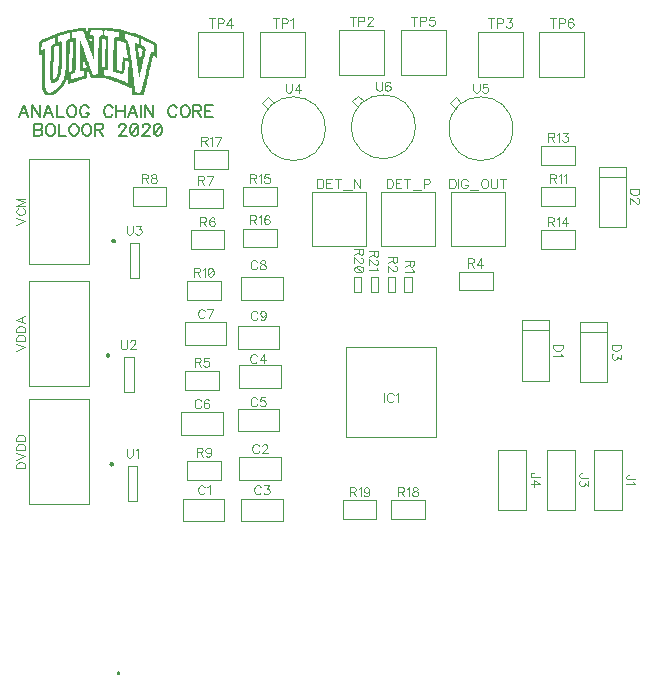
<source format=gbr>
G04 DipTrace 4.0.0.2*
G04 TopSilk.gbr*
%MOIN*%
G04 #@! TF.FileFunction,Legend,Top*
G04 #@! TF.Part,Single*
%ADD10C,0.004724*%
%ADD64C,0.006176*%
%ADD65C,0.004632*%
%FSLAX26Y26*%
G04*
G70*
G90*
G75*
G01*
G04 TopSilk*
%LPD*%
X1012449Y537448D2*
D10*
Y462448D1*
X1149948D1*
Y537448D1*
X1012449D1*
X1337448Y599951D2*
X1337446Y674951D1*
X1199947Y674948D1*
X1199949Y599948D1*
X1337448Y599951D1*
X1343700Y462450D2*
X1343698Y537450D1*
X1206199Y537447D1*
X1206201Y462447D1*
X1343700Y462450D1*
X1337448Y906203D2*
X1337445Y981203D1*
X1199947Y981197D1*
X1199949Y906197D1*
X1337448Y906203D1*
X1331200Y762452D2*
X1331197Y837452D1*
X1193699Y837447D1*
X1193701Y762447D1*
X1331200Y762452D1*
X1006198Y824949D2*
X1006200Y749949D1*
X1143698Y749953D1*
X1143696Y824953D1*
X1006198Y824949D1*
X1018699Y1124951D2*
Y1049951D1*
X1156197D1*
Y1124951D1*
X1018699D1*
X1343700Y1199951D2*
X1343698Y1274951D1*
X1206199Y1274948D1*
X1206201Y1199948D1*
X1343700Y1199951D1*
X1331200Y1037452D2*
X1331198Y1112452D1*
X1193699Y1112449D1*
X1193701Y1037449D1*
X1331200Y1037452D1*
X2142170Y1131670D2*
X2232721Y1131675D1*
X2232732Y930730D1*
X2142171Y1098285D2*
X2232723Y1098290D1*
X2142181Y930725D2*
X2232732Y930730D1*
X2142170Y1131670D2*
X2142181Y930725D1*
X2398425Y1644172D2*
X2488976Y1644170D1*
X2488970Y1443225D1*
X2398424Y1610788D2*
X2488975Y1610785D1*
X2398419Y1443228D2*
X2488970Y1443225D1*
X2398425Y1644172D2*
X2398419Y1443228D1*
X2335920Y1125420D2*
X2426472Y1125424D1*
X2426480Y924479D1*
X2335922Y1092035D2*
X2426473Y1092039D1*
X2335928Y924475D2*
X2426480Y924479D1*
X2335920Y1125420D2*
X2335928Y924475D1*
X1441197Y1558699D2*
Y1378699D1*
X1621197D1*
Y1558699D1*
X1441197D1*
X1672448D2*
Y1378699D1*
X1852448D1*
Y1558699D1*
X1672448D1*
X1903699D2*
Y1378699D1*
X2083699D1*
Y1558699D1*
X1903699D1*
X499938Y518700D2*
X699951D1*
Y868695D1*
X499938D1*
Y518700D1*
X1556199Y1043699D2*
Y743699D1*
X1856199D1*
Y1043699D1*
X1556199D1*
X2474952Y699950D2*
X2381202Y699951D1*
X2381198Y499951D1*
X2474949Y499950D1*
X2474952Y699950D1*
X2318697Y699951D2*
X2224947Y699947D1*
X2224955Y499947D1*
X2318705Y499951D1*
X2318697Y699951D1*
X2156197D2*
X2062447Y699947D1*
X2062455Y499947D1*
X2156205Y499951D1*
X2156197Y699951D1*
X1774947Y1274950D2*
X1749947Y1274949D1*
X1749949Y1224949D1*
X1774949Y1224950D1*
X1774947Y1274950D1*
X1718698D2*
X1693698Y1274949D1*
X1693699Y1224949D1*
X1718699Y1224950D1*
X1718698Y1274950D1*
X1931199Y1293699D2*
Y1231200D1*
X2043697D1*
Y1293699D1*
X1931199D1*
X1018698Y962448D2*
X1018700Y899949D1*
X1131198Y899952D1*
X1131196Y962451D1*
X1018698Y962448D1*
X1037449Y1431200D2*
Y1368701D1*
X1149948D1*
Y1431200D1*
X1037449D1*
X1031199Y1568700D2*
Y1506201D1*
X1143697D1*
Y1568700D1*
X1031199D1*
X843700Y1574948D2*
Y1512449D1*
X956199D1*
Y1574948D1*
X843700D1*
X1024949Y662449D2*
Y599951D1*
X1137448D1*
Y662449D1*
X1024949D1*
Y1262449D2*
Y1199951D1*
X1137448D1*
Y1262449D1*
X1024949D1*
X2206197Y1574948D2*
Y1512449D1*
X2318696D1*
Y1574948D1*
X2206197D1*
Y1712447D2*
Y1649948D1*
X2318696D1*
Y1712447D1*
X2206197D1*
Y1431197D2*
Y1368699D1*
X2318696D1*
Y1431197D1*
X2206197D1*
X1212448Y1574949D2*
Y1512451D1*
X1324947D1*
Y1574949D1*
X1212448D1*
Y1437448D2*
Y1374949D1*
X1324947D1*
Y1437448D1*
X1212448D1*
X1049949Y1699948D2*
Y1637449D1*
X1162448D1*
Y1699948D1*
X1049949D1*
X1706199Y531199D2*
Y468700D1*
X1818697D1*
Y531199D1*
X1706199D1*
X1543700D2*
Y468700D1*
X1656199D1*
Y531199D1*
X1543700D1*
X1606197Y1274950D2*
X1581197Y1274949D1*
X1581198Y1224949D1*
X1606198Y1224950D1*
X1606197Y1274950D1*
X1662446D2*
X1637446Y1274949D1*
X1637447Y1224949D1*
X1662447Y1224950D1*
X1662446Y1274950D1*
X1268700Y2093700D2*
Y1943700D1*
X1418700D1*
Y2093700D1*
X1268700D1*
X1531200Y2099951D2*
Y1949951D1*
X1681200D1*
Y2099951D1*
X1531200D1*
X1993700Y2093700D2*
Y1943700D1*
X2143700D1*
Y2093700D1*
X1993700D1*
X1062449D2*
Y1943700D1*
X1212449D1*
Y2093700D1*
X1062449D1*
X1737449Y2099951D2*
Y1949951D1*
X1887449D1*
Y2099951D1*
X1737449D1*
X2199949Y2093700D2*
Y1943700D1*
X2349949D1*
Y2093700D1*
X2199949D1*
G36*
X766226Y651766D2*
X766292Y652771D1*
X766489Y653759D1*
X766812Y654712D1*
X767258Y655615D1*
X767817Y656452D1*
X768481Y657209D1*
X769238Y657873D1*
X770075Y658433D1*
X770978Y658878D1*
X771931Y659201D1*
X772919Y659398D1*
X773924Y659464D1*
X774928Y659398D1*
X775916Y659201D1*
X776869Y658878D1*
X777773Y658433D1*
X778610Y657873D1*
X779367Y657209D1*
X780031Y656452D1*
X780590Y655615D1*
X781035Y654712D1*
X781359Y653759D1*
X781555Y652771D1*
X781621Y651766D1*
Y651761D1*
X781555Y650756D1*
X781359Y649769D1*
X781035Y648815D1*
X780590Y647912D1*
X780031Y647075D1*
X779367Y646318D1*
X778610Y645654D1*
X777773Y645095D1*
X776869Y644649D1*
X775916Y644326D1*
X774928Y644129D1*
X773924Y644064D1*
X772919Y644129D1*
X771931Y644326D1*
X770978Y644649D1*
X770075Y645095D1*
X769238Y645654D1*
X768481Y646318D1*
X767817Y647075D1*
X767258Y647912D1*
X766812Y648815D1*
X766489Y649769D1*
X766292Y650756D1*
X766226Y651761D1*
Y651766D1*
G37*
X827989Y646501D2*
D10*
Y528393D1*
X859480Y646501D2*
Y528393D1*
X827989D2*
X859480D1*
X827989Y646501D2*
X859480D1*
G36*
X753725Y1014264D2*
X753790Y1015269D1*
X753987Y1016256D1*
X754310Y1017210D1*
X754756Y1018113D1*
X755315Y1018950D1*
X755979Y1019707D1*
X756736Y1020371D1*
X757573Y1020930D1*
X758476Y1021376D1*
X759430Y1021699D1*
X760417Y1021896D1*
X761422Y1021962D1*
X762427Y1021896D1*
X763414Y1021700D1*
X764368Y1021376D1*
X765271Y1020931D1*
X766108Y1020371D1*
X766865Y1019707D1*
X767529Y1018950D1*
X768088Y1018113D1*
X768534Y1017210D1*
X768857Y1016257D1*
X769054Y1015269D1*
X769120Y1014264D1*
Y1014259D1*
X769054Y1013255D1*
X768857Y1012267D1*
X768534Y1011314D1*
X768088Y1010410D1*
X767529Y1009573D1*
X766865Y1008816D1*
X766108Y1008152D1*
X765271Y1007593D1*
X764368Y1007148D1*
X763415Y1006824D1*
X762427Y1006627D1*
X761422Y1006562D1*
X760418Y1006627D1*
X759430Y1006824D1*
X758477Y1007147D1*
X757573Y1007593D1*
X756736Y1008152D1*
X755979Y1008816D1*
X755315Y1009573D1*
X754756Y1010410D1*
X754311Y1011313D1*
X753987Y1012267D1*
X753790Y1013254D1*
X753725Y1014259D1*
Y1014264D1*
G37*
X815487Y1009000D2*
D10*
X815491Y890892D1*
X846978Y1009001D2*
X846981Y890893D1*
X815491Y890892D2*
X846981Y890893D1*
X815487Y1009000D2*
X846978Y1009001D1*
G36*
X772476Y1395517D2*
X772541Y1396522D1*
X772738Y1397509D1*
X773062Y1398463D1*
X773507Y1399366D1*
X774066Y1400203D1*
X774730Y1400960D1*
X775487Y1401624D1*
X776324Y1402183D1*
X777227Y1402628D1*
X778181Y1402952D1*
X779168Y1403149D1*
X780173Y1403214D1*
X781178Y1403149D1*
X782165Y1402952D1*
X783119Y1402628D1*
X784022Y1402183D1*
X784859Y1401624D1*
X785616Y1400960D1*
X786280Y1400203D1*
X786839Y1399366D1*
X787285Y1398463D1*
X787608Y1397509D1*
X787805Y1396522D1*
X787871Y1395517D1*
Y1395512D1*
X787805Y1394507D1*
X787608Y1393519D1*
X787285Y1392566D1*
X786839Y1391663D1*
X786280Y1390826D1*
X785616Y1390069D1*
X784859Y1389405D1*
X784022Y1388845D1*
X783119Y1388400D1*
X782165Y1388076D1*
X781178Y1387880D1*
X780173Y1387814D1*
X779168Y1387880D1*
X778181Y1388076D1*
X777227Y1388400D1*
X776324Y1388845D1*
X775487Y1389405D1*
X774730Y1390069D1*
X774066Y1390826D1*
X773507Y1391663D1*
X773062Y1392566D1*
X772738Y1393519D1*
X772541Y1394507D1*
X772476Y1395512D1*
Y1395517D1*
G37*
X834238Y1390251D2*
D10*
Y1272144D1*
X865729Y1390251D2*
Y1272144D1*
X834238D2*
X865729D1*
X834238Y1390251D2*
X865729D1*
X1273373Y1770224D2*
G02X1273373Y1770224I106299J0D01*
G01*
X1295016Y1835193D2*
X1275329Y1854880D1*
X1314703D2*
X1295016Y1874567D1*
X1275329Y1854880D1*
X1898373Y1770224D2*
G02X1898373Y1770224I106299J0D01*
G01*
X1920016Y1835193D2*
X1900329Y1854880D1*
X1939703D2*
X1920016Y1874567D1*
X1900329Y1854880D1*
X1573376Y1776476D2*
G02X1573376Y1776476I106299J0D01*
G01*
X1595019Y1841445D2*
X1575331Y1861132D1*
X1614705D2*
X1595019Y1880819D1*
X1575331Y1861132D1*
X499942Y1318698D2*
X699955Y1318702D1*
X699949Y1668697D1*
X499936Y1668693D1*
X499942Y1318698D1*
Y912448D2*
X699955Y912451D1*
X699949Y1262446D1*
X499936Y1262442D1*
X499942Y912448D1*
G36*
X852105Y2040381D2*
Y2033804D1*
X853421Y2024596D1*
X854736Y2016704D1*
X861313Y1970665D1*
X862628Y1962773D1*
X863944Y1953565D1*
X865259Y1945672D1*
X866575Y1941726D1*
X867890Y1944357D1*
X869205Y1950934D1*
X874467Y1971980D1*
X875782Y1978557D1*
X878413Y1989080D1*
X879729Y1995657D1*
X882359Y2006180D1*
X883675Y2012757D1*
X884990Y2018019D1*
X886306Y2024596D1*
X887621Y2033804D1*
Y2035119D1*
X886306Y2039065D1*
X881044Y2044327D1*
X873152Y2048273D1*
Y2068004D1*
X874560Y2068789D1*
X875702Y2068705D1*
X892882Y2060111D1*
X896829Y2058796D1*
X899459Y2057481D1*
X900775Y2056165D1*
X913929Y2049588D1*
X916559Y2046957D1*
Y2029857D1*
X915244Y2028542D1*
Y2025911D1*
X913849Y2024483D1*
X913168Y2024696D1*
X912613Y2025911D1*
X909983Y2027227D1*
X907352D1*
X904721Y2024596D1*
X903406Y2021965D1*
X902090Y2018019D1*
X900775Y2012757D1*
X899459Y2006180D1*
X898144Y2000919D1*
X896829Y1994342D1*
X892882Y1978557D1*
X891567Y1971980D1*
X888936Y1961457D1*
X887621Y1954880D1*
X883675Y1939096D1*
X882359Y1932519D1*
X875782Y1906211D1*
X874467Y1902265D1*
X873152Y1897003D1*
Y1893057D1*
X871836Y1891742D1*
X866136Y1890426D1*
X860436D1*
X854736Y1891742D1*
X852105Y1893057D1*
Y1894372D1*
X850790Y1906211D1*
X849475Y1919365D1*
X848159Y1921995D1*
X802120D1*
X804751Y1920680D1*
X813959Y1916734D1*
X836321Y1906211D1*
X841582Y1904895D1*
Y1895688D1*
X842898Y1886480D1*
X844213Y1882534D1*
X845528Y1881218D1*
X879729D1*
X881044Y1885165D1*
X890252Y1921995D1*
X891567Y1928572D1*
X892882Y1933834D1*
X894198Y1940411D1*
X896829Y1950934D1*
X898144Y1957511D1*
X899459Y1962773D1*
X900775Y1969349D1*
X903406Y1979873D1*
X904721Y1986450D1*
X911298Y2012757D1*
X912280Y2013602D1*
X912962Y2013525D1*
X913929Y2012757D1*
X920506Y2008811D1*
X923136Y2007496D1*
X924452D1*
Y2053534D1*
X923136Y2054850D1*
X895513Y2069319D1*
X890252Y2071950D1*
X886306Y2073265D1*
X883675Y2074581D1*
X882359Y2075896D1*
X869205Y2081158D1*
X858682Y2085104D1*
X850790Y2087735D1*
X808697D1*
Y2062742D1*
X807303Y2061314D1*
X806622Y2061527D1*
X806067Y2062742D1*
Y2092996D1*
X807049Y2093841D1*
X807731Y2093764D1*
X808697Y2092996D1*
Y2087735D1*
X850790D1*
X841582Y2090365D1*
X812644Y2098258D1*
X799490Y2100888D1*
X783705Y2103519D1*
X771867Y2104835D1*
X758713Y2106150D1*
X694258D1*
Y2090365D1*
X692864Y2088937D1*
X692183Y2089150D1*
X691628Y2090365D1*
Y2092996D1*
X690312Y2096942D1*
X688997Y2099573D1*
X687682Y2104835D1*
X686366Y2106150D1*
X685051D1*
X671897Y2104835D1*
X650851Y2102204D1*
X635066Y2099573D1*
X628489Y2098258D1*
X616650Y2095627D1*
X670581D1*
X673651Y2096942D1*
X676720D1*
X679789Y2095627D1*
Y2094311D1*
X681105Y2091681D1*
X682420Y2087735D1*
X683735Y2082473D1*
X685051Y2078527D1*
X686366Y2075896D1*
X688997Y2068004D1*
X699520D1*
X702589Y2069319D1*
X705659D1*
X708728Y2068004D1*
Y2064058D1*
X707412Y2062742D1*
X708728Y2061427D1*
Y2056165D1*
X707412Y2054850D1*
X707078Y2053298D1*
X706020Y2052098D1*
X705339Y2052319D1*
X704782Y2053534D1*
Y2056165D1*
X703466Y2058796D1*
X700835Y2066688D1*
X699520Y2068004D1*
X688997D1*
X690312Y2064058D1*
X691628Y2061427D1*
X696889Y2045642D1*
X698205Y2043011D1*
X703466Y2027227D1*
X704782Y2024596D1*
X710043Y2008811D1*
X711359Y2006180D1*
X713989Y1998288D1*
X715305Y1995657D1*
X716620Y2008811D1*
Y2077211D1*
X713989Y2079842D1*
X711359Y2081158D1*
X702151Y2082473D1*
Y2092996D1*
X703466Y2094311D1*
Y2096942D1*
X704782Y2098258D1*
X716182Y2099573D1*
X727582D1*
X738982Y2098258D1*
X745559Y2096942D1*
Y2083788D1*
X744243Y2082473D1*
X737666Y2081158D1*
X735036Y2079842D1*
X732405Y2077211D1*
X731089Y2068004D1*
X741613D1*
X745120Y2069319D1*
X748628D1*
X752136Y2068004D1*
X753451Y2066688D1*
Y2037750D1*
X752136Y2036434D1*
Y1978557D1*
X750820Y1977242D1*
X747313Y1975926D1*
X743805D1*
X740297Y1977242D1*
Y2040381D1*
X741613Y2041696D1*
Y2068004D1*
X731089D1*
X729774Y2004865D1*
Y1950934D1*
X728170Y1949561D1*
X726649Y1949731D1*
X725828Y1950934D1*
X720566D1*
X717059Y1949619D1*
X713551D1*
X710043Y1950934D1*
Y1952249D1*
X708728Y1954880D1*
X703466Y1970665D1*
X702151Y1973296D1*
X700835Y1974611D1*
X687682D1*
X684174Y1973296D1*
X680666D1*
X677158Y1974611D1*
Y1986450D1*
X678474Y1987765D1*
Y2004865D1*
X679456Y2005710D1*
X680138Y2005633D1*
X681105Y2004865D1*
Y2002234D1*
X682420Y1999603D1*
X688997Y1979873D1*
X690312Y1978557D1*
Y1975926D1*
X687682Y1974611D1*
X700835D1*
Y1977242D1*
X698205Y1985134D1*
X696889Y1987765D1*
X692943Y1999603D1*
X691628Y2002234D1*
X686366Y2018019D1*
X685051Y2020650D1*
X677158Y2044327D1*
X675843Y2046957D1*
X671897Y2058796D1*
X670581Y2061427D1*
X669266Y2062742D1*
X667951Y2024596D1*
Y1968034D1*
X669266Y1964088D1*
X670581Y1962773D1*
X674528D1*
X677158Y1964088D1*
X679789D1*
X682420Y1962773D1*
Y1952249D1*
X681105Y1950934D1*
Y1946988D1*
X677158Y1945672D1*
X666635Y1943042D1*
X642958Y1935149D1*
X640327Y1933834D1*
X638933Y1932405D1*
X638252Y1932619D1*
X637697Y1933834D1*
Y1950934D1*
X639012Y1952249D1*
X642958Y1953565D1*
X648220Y1956196D1*
X652166Y1960142D1*
X633750D1*
X632356Y1958713D1*
X631675Y1958927D1*
X631120Y1960142D1*
Y1994342D1*
X632435Y1995657D1*
X633750Y2040381D1*
Y2058796D1*
X637697Y2060111D1*
X642958Y2061427D1*
X643941Y2062272D1*
X644622Y2062195D1*
X645589Y2061427D1*
Y2039065D1*
X644274Y2037750D1*
X642958Y1973296D1*
Y1964088D1*
X637697Y1961457D1*
X633750Y1960142D1*
X652166D1*
X653481Y1968034D1*
X654797Y2037750D1*
Y2069319D1*
X653481Y2071950D1*
X652166Y2073265D1*
X644274D1*
X642670Y2071893D1*
X641149Y2072063D1*
X640327Y2073265D1*
Y2090365D1*
X642958Y2091681D1*
X670581Y2095627D1*
X616650D1*
X607443Y2092996D1*
X595604Y2089050D1*
X631120D1*
X632874Y2090365D1*
X634627D1*
X636381Y2089050D1*
Y2071950D1*
X633750Y2070634D1*
X629804Y2069319D1*
X627174Y2068004D1*
X624543Y2065373D1*
X623227Y2062742D1*
X621912Y2040381D1*
X620597Y1973296D1*
X619281Y1957511D1*
X617966Y1950934D1*
X615335Y1940411D1*
X614020Y1936465D1*
X608758Y1925942D1*
X603496Y1918049D1*
Y1916734D1*
X586396Y1899634D1*
X583766Y1898318D1*
X578504Y1894372D1*
X577189Y1893057D1*
X573243Y1891742D1*
X567981Y1890426D1*
X566377Y1889053D1*
X564856Y1889223D1*
X564035Y1890426D1*
X560089Y1891742D1*
X556142Y1895688D1*
Y1897003D1*
X554827Y1899634D1*
X553512Y1903580D1*
X552196Y1912788D1*
X550881Y1914103D1*
Y1970665D1*
X552196Y1971980D1*
Y2033804D1*
X550881Y2035119D1*
X545619D1*
X541673Y2032488D1*
X540278Y2031060D1*
X539597Y2031273D1*
X539042Y2032488D1*
Y2041696D1*
X540358Y2043011D1*
Y2054850D1*
X558773Y2064058D1*
X562719Y2065373D1*
X574558Y2070634D1*
X583766Y2074581D1*
X584748Y2075425D1*
X585430Y2075349D1*
X586396Y2074581D1*
Y2054850D1*
X583766Y2053534D1*
X579819Y2052219D1*
X577189Y2050904D1*
X573243Y2046957D1*
X594289D1*
X596043Y2048273D1*
X597797D1*
X599550Y2046957D1*
Y2044327D1*
X598235Y2043011D1*
X596920Y1993027D1*
X595604Y1961457D1*
X594289Y1954880D1*
X592973Y1949619D1*
X590343Y1944357D1*
Y1943042D1*
X582450Y1935149D1*
X580522Y1935283D1*
X579819Y1936465D1*
Y1993027D1*
X581135Y1994342D1*
X582450Y2040381D1*
X582706Y2041313D1*
X583766Y2043011D1*
X586396Y2044327D1*
X594289Y2046957D1*
X573243D1*
X571927Y2044327D1*
X570612Y2027227D1*
X569296Y1964088D1*
Y1939096D1*
X570612Y1928572D1*
X571927Y1925942D1*
X575873Y1921995D1*
X578504D1*
X582450Y1923311D1*
X587712Y1925942D1*
X592973Y1929888D1*
X594289Y1931203D1*
X598235Y1936465D1*
X602181Y1944357D1*
X604812Y1952249D1*
X606127Y1958826D1*
X607443Y1977242D1*
Y2058796D1*
X604812Y2061427D1*
X603496D1*
X599550Y2060111D1*
X597797Y2058796D1*
X596043D1*
X594289Y2060111D1*
Y2077211D1*
X595604Y2078527D1*
X598235Y2079842D1*
X602181Y2081158D1*
X607443Y2082473D1*
X627174Y2087735D1*
X631120Y2089050D1*
X595604D1*
X587712Y2086419D1*
X577189Y2082473D1*
X564035Y2077211D1*
X539042Y2065373D1*
X533781Y2062742D1*
X531150Y2060111D1*
Y2015388D1*
X533781Y2016704D1*
X540358Y2020650D1*
X541340Y2021494D1*
X542022Y2021418D1*
X542989Y2020650D1*
Y1978557D1*
X541673Y1977242D1*
X540358Y1943042D1*
Y1919365D1*
X541673Y1906211D1*
X542989Y1900949D1*
X544304Y1897003D1*
X548250Y1889111D1*
X553512Y1883849D1*
X558773Y1881218D1*
X571927D1*
X575873Y1882534D1*
X583766Y1886480D1*
X591658Y1891742D1*
X610073Y1910157D1*
X617966Y1921995D1*
X624543Y1935149D1*
X625858Y1940411D1*
Y1943042D1*
X626840Y1943886D1*
X627522Y1943810D1*
X628489Y1943042D1*
Y1929888D1*
X627174Y1928572D1*
Y1919365D1*
X631120D1*
X637697Y1921995D1*
X640327Y1923311D1*
X660058Y1929888D1*
X665320Y1931203D1*
X669266Y1932519D1*
X679789Y1935149D1*
X686366Y1936465D1*
X690312Y1937780D1*
X691628Y1939096D1*
Y1968034D1*
X692610Y1968879D1*
X693292Y1968802D1*
X694258Y1968034D1*
Y1965403D1*
X695574Y1962773D1*
X698205Y1954880D1*
X700835Y1949619D1*
X746874D1*
Y1965403D1*
X757397Y1966719D1*
X760028Y1968034D1*
X761343Y1977242D1*
X762659Y2029857D1*
Y2074581D1*
X761343Y2077211D1*
X760028Y2078527D1*
X757397Y2079842D1*
X749505Y2081158D1*
Y2096942D1*
X753451Y2098258D1*
X757397D1*
X761343Y2096942D1*
X774497Y2095627D1*
X792913Y2092996D1*
X796859Y2091681D1*
Y2075896D1*
X794228Y2074581D1*
X791597D1*
X788967Y2075896D1*
X786336D1*
X783705Y2074581D1*
X782390Y2073265D1*
Y2062742D1*
X791597D1*
X793005Y2063528D1*
X794148Y2063443D1*
X795544Y2062742D1*
X803436Y2061427D1*
X808697Y2060111D1*
X811328Y2058796D1*
X819221Y2056165D1*
X820536Y2054850D1*
Y2050904D1*
X821851Y2044327D1*
X825798Y2020650D1*
X827113Y2011442D1*
X828428Y2010127D1*
Y2004865D1*
X826824Y2003492D1*
X825304Y2003662D1*
X824482Y2004865D1*
X817905Y2007496D1*
X813959Y2008811D1*
X810013D1*
X808697Y1975926D1*
X807382Y1968034D1*
Y1964088D1*
X804751Y1962773D1*
X802120D1*
X796859Y1965403D1*
X792913Y1966719D1*
X790282Y1968034D1*
Y2032488D1*
X791597Y2033804D1*
Y2062742D1*
X782390D1*
X781074Y2061427D1*
X779759Y2000919D1*
Y1961457D1*
X782390Y1960142D1*
X798174Y1954880D1*
X804751Y1953565D1*
X810013D1*
X815274Y1958826D1*
X816590Y1961457D1*
X817905Y1968034D1*
X819221Y1975926D1*
Y1995657D1*
X820203Y1996502D1*
X820885Y1996425D1*
X821851Y1995657D1*
X825798Y1994342D1*
X831059Y1991711D1*
Y1978557D1*
X829744Y1977242D1*
Y1923311D1*
X828140Y1921938D1*
X826619Y1922108D1*
X825798Y1923311D1*
X823167Y1924626D1*
X804751Y1932519D1*
X794228Y1936465D1*
X778443Y1941726D1*
X769236Y1944357D1*
X758713Y1946988D1*
X746874Y1949619D1*
X700835D1*
Y1948303D1*
X703466Y1940411D1*
X704782Y1939096D1*
X711359D1*
X715305Y1940411D1*
X719251D1*
X723197Y1939096D1*
X746874Y1937780D1*
X760028Y1935149D1*
X770551Y1932519D1*
X774497Y1931203D1*
X779759Y1929888D1*
X787651Y1927257D1*
X790282Y1925942D1*
X802120Y1921995D1*
X848159D1*
Y1932519D1*
X845528Y1956196D1*
X841582Y1987765D1*
X840267Y1996973D1*
X838951Y2004865D1*
X837636Y2014073D1*
X836321Y2021965D1*
X833690Y2040381D1*
X832374Y2048273D1*
X829744Y2058796D1*
X827113Y2064058D1*
X825798Y2065373D1*
X817905Y2069319D1*
Y2086419D1*
X819659Y2087735D1*
X821413D1*
X823167Y2086419D1*
X827113Y2085104D1*
X832374Y2083788D1*
X863944Y2073265D1*
X865259Y2071950D1*
Y2053534D1*
X863505Y2052219D1*
X861752D1*
X859998Y2053534D1*
X857367Y2054850D1*
X852105D1*
X850790Y2052219D1*
Y2044327D1*
X852105Y2040381D1*
X861313D1*
X862295Y2041225D1*
X862977Y2041148D1*
X863944Y2040381D1*
X867890Y2039065D1*
X875782Y2035119D1*
X877098Y2033804D1*
Y2029857D1*
X875782Y2028542D1*
X874467Y2020650D1*
X871836Y2007496D1*
X870521Y2002234D1*
Y1998288D1*
X869126Y1996859D1*
X868445Y1997073D1*
X867890Y1998288D1*
Y2004865D1*
X866575Y2014073D1*
X862628Y2037750D1*
X861313Y2040381D1*
X852105D1*
G37*
G36*
X792556Y-48716D2*
X793871Y-50032D1*
X800448D1*
X803079Y-47401D1*
Y-42139D1*
X801763Y-39508D1*
X799132Y-38193D1*
X795186D1*
X792556Y-39508D1*
X791240Y-40824D1*
X797817D1*
X798799Y-39979D1*
X799449Y-40114D1*
X799871Y-41417D1*
X799105Y-42251D1*
X798352Y-42034D1*
X797817Y-40824D1*
X791240D1*
Y-42139D1*
X799132D1*
X800115Y-41295D1*
X800764Y-41429D1*
X801186Y-42733D1*
X800420Y-43566D1*
X799668Y-43349D1*
X799132Y-42139D1*
X791240D1*
Y-44770D1*
X792222Y-43925D1*
X792872Y-44060D1*
X793294Y-45364D1*
X792528Y-46197D1*
X791775Y-45980D1*
X791240Y-44770D1*
Y-46085D1*
X799132D1*
X799347Y-45068D1*
X800154Y-43990D1*
X800787Y-44052D1*
X801491Y-45166D1*
X801401Y-46364D1*
X800375Y-47521D1*
X799688Y-47300D1*
X799132Y-46085D1*
X791240D1*
Y-47401D1*
X792556Y-48716D1*
X795186D1*
X796594Y-47931D1*
X797685Y-48133D1*
X798295Y-49567D1*
X797412Y-50100D1*
X796012Y-49920D1*
X795186Y-48716D1*
X792556D1*
G37*
X515539Y1786382D2*
D64*
Y1746190D1*
X532783D1*
X538531Y1748136D1*
X540432Y1750037D1*
X542333Y1753840D1*
Y1759588D1*
X540432Y1763434D1*
X538531Y1765336D1*
X532783Y1767237D1*
X538531Y1769183D1*
X540432Y1771084D1*
X542333Y1774886D1*
Y1778733D1*
X540432Y1782536D1*
X538531Y1784481D1*
X532783Y1786382D1*
X515539D1*
Y1767237D2*
X532783D1*
X566181Y1786382D2*
X562334Y1784481D1*
X558531Y1780634D1*
X556586Y1776832D1*
X554685Y1771084D1*
Y1761489D1*
X556586Y1755785D1*
X558531Y1751938D1*
X562334Y1748136D1*
X566181Y1746190D1*
X573830D1*
X577632Y1748136D1*
X581479Y1751938D1*
X583381Y1755785D1*
X585282Y1761489D1*
Y1771084D1*
X583381Y1776832D1*
X581479Y1780634D1*
X577632Y1784481D1*
X573830Y1786382D1*
X566181D1*
X597633D2*
Y1746190D1*
X620581D1*
X644429Y1786382D2*
X640582Y1784481D1*
X636779Y1780634D1*
X634834Y1776832D1*
X632932Y1771084D1*
Y1761489D1*
X634834Y1755785D1*
X636779Y1751938D1*
X640582Y1748136D1*
X644429Y1746190D1*
X652078D1*
X655880Y1748136D1*
X659727Y1751938D1*
X661628Y1755785D1*
X663530Y1761489D1*
Y1771084D1*
X661628Y1776832D1*
X659727Y1780634D1*
X655880Y1784481D1*
X652078Y1786382D1*
X644429D1*
X687377D2*
X683530Y1784481D1*
X679728Y1780634D1*
X677782Y1776832D1*
X675881Y1771084D1*
Y1761489D1*
X677782Y1755785D1*
X679728Y1751938D1*
X683530Y1748136D1*
X687377Y1746190D1*
X695026D1*
X698829Y1748136D1*
X702676Y1751938D1*
X704577Y1755785D1*
X706478Y1761489D1*
Y1771084D1*
X704577Y1776832D1*
X702676Y1780634D1*
X698829Y1784481D1*
X695026Y1786382D1*
X687377D1*
X718830Y1767237D2*
X736030D1*
X741778Y1769183D1*
X743723Y1771084D1*
X745624Y1774886D1*
Y1778733D1*
X743723Y1782536D1*
X741778Y1784481D1*
X736030Y1786382D1*
X718830D1*
Y1746190D1*
X732227Y1767237D2*
X745624Y1746190D1*
X798802Y1776788D2*
Y1778689D1*
X800703Y1782536D1*
X802605Y1784437D1*
X806451Y1786338D1*
X814101D1*
X817903Y1784437D1*
X819804Y1782536D1*
X821750Y1778689D1*
Y1774886D1*
X819804Y1771040D1*
X816002Y1765336D1*
X796857Y1746190D1*
X823651D1*
X847499Y1786338D2*
X841751Y1784437D1*
X837904Y1778689D1*
X836003Y1769138D1*
Y1763390D1*
X837904Y1753840D1*
X841751Y1748092D1*
X847499Y1746190D1*
X851301D1*
X857049Y1748092D1*
X860852Y1753840D1*
X862797Y1763390D1*
Y1769138D1*
X860852Y1778689D1*
X857049Y1784437D1*
X851301Y1786338D1*
X847499D1*
X860852Y1778689D2*
X837904Y1753840D1*
X877094Y1776788D2*
Y1778689D1*
X878995Y1782536D1*
X880897Y1784437D1*
X884743Y1786338D1*
X892393D1*
X896195Y1784437D1*
X898097Y1782536D1*
X900042Y1778689D1*
Y1774886D1*
X898097Y1771040D1*
X894294Y1765336D1*
X875149Y1746190D1*
X901943D1*
X925791Y1786338D2*
X920043Y1784437D1*
X916196Y1778689D1*
X914295Y1769138D1*
Y1763390D1*
X916196Y1753840D1*
X920043Y1748092D1*
X925791Y1746190D1*
X929593D1*
X935341Y1748092D1*
X939144Y1753840D1*
X941089Y1763390D1*
Y1769138D1*
X939144Y1778689D1*
X935341Y1784437D1*
X929593Y1786338D1*
X925791D1*
X939144Y1778689D2*
X916196Y1753840D1*
X496180Y1808692D2*
X480837Y1848884D1*
X465539Y1808692D1*
X471287Y1822089D2*
X490432D1*
X535326Y1848884D2*
Y1808692D1*
X508531Y1848884D1*
Y1808692D1*
X578319D2*
X562976Y1848884D1*
X547677Y1808692D1*
X553425Y1822089D2*
X572571D1*
X590670Y1848884D2*
Y1808692D1*
X613618D1*
X637466Y1848884D2*
X633619Y1846982D1*
X629816Y1843136D1*
X627871Y1839333D1*
X625970Y1833585D1*
Y1823990D1*
X627871Y1818286D1*
X629816Y1814440D1*
X633619Y1810637D1*
X637466Y1808692D1*
X645115D1*
X648917Y1810637D1*
X652764Y1814440D1*
X654665Y1818286D1*
X656567Y1823990D1*
Y1833585D1*
X654665Y1839333D1*
X652764Y1843136D1*
X648917Y1846982D1*
X645115Y1848884D1*
X637466D1*
X697614Y1839333D2*
X695713Y1843136D1*
X691866Y1846982D1*
X688064Y1848884D1*
X680414D1*
X676567Y1846982D1*
X672765Y1843136D1*
X670819Y1839333D1*
X668918Y1833585D1*
Y1823990D1*
X670819Y1818286D1*
X672765Y1814440D1*
X676567Y1810637D1*
X680414Y1808692D1*
X688064D1*
X691866Y1810637D1*
X695713Y1814440D1*
X697614Y1818286D1*
Y1823990D1*
X688064D1*
X777542Y1839333D2*
X775641Y1843136D1*
X771794Y1846982D1*
X767992Y1848884D1*
X760342D1*
X756496Y1846982D1*
X752693Y1843136D1*
X750748Y1839333D1*
X748846Y1833585D1*
Y1823990D1*
X750748Y1818286D1*
X752693Y1814440D1*
X756496Y1810637D1*
X760342Y1808692D1*
X767992D1*
X771794Y1810637D1*
X775641Y1814440D1*
X777542Y1818286D1*
X789894Y1848884D2*
Y1808692D1*
X816688Y1848884D2*
Y1808692D1*
X789894Y1829738D2*
X816688D1*
X859681Y1808692D2*
X844338Y1848884D1*
X829040Y1808692D1*
X834788Y1822089D2*
X853933D1*
X872032Y1848884D2*
Y1808692D1*
X911179Y1848884D2*
Y1808692D1*
X884384Y1848884D1*
Y1808692D1*
X991107Y1839333D2*
X989205Y1843136D1*
X985359Y1846982D1*
X981556Y1848884D1*
X973907D1*
X970060Y1846982D1*
X966257Y1843136D1*
X964312Y1839333D1*
X962411Y1833585D1*
Y1823990D1*
X964312Y1818286D1*
X966257Y1814440D1*
X970060Y1810637D1*
X973907Y1808692D1*
X981556D1*
X985359Y1810637D1*
X989205Y1814440D1*
X991107Y1818286D1*
X1014954Y1848884D2*
X1011107Y1846982D1*
X1007305Y1843136D1*
X1005359Y1839333D1*
X1003458Y1833585D1*
Y1823990D1*
X1005359Y1818286D1*
X1007305Y1814440D1*
X1011107Y1810637D1*
X1014954Y1808692D1*
X1022603D1*
X1026406Y1810637D1*
X1030253Y1814440D1*
X1032154Y1818286D1*
X1034055Y1823990D1*
Y1833585D1*
X1032154Y1839333D1*
X1030253Y1843136D1*
X1026406Y1846982D1*
X1022603Y1848884D1*
X1014954D1*
X1046407Y1829738D2*
X1063607D1*
X1069355Y1831684D1*
X1071300Y1833585D1*
X1073201Y1837388D1*
Y1841234D1*
X1071300Y1845037D1*
X1069355Y1846982D1*
X1063607Y1848884D1*
X1046407D1*
Y1808692D1*
X1059804Y1829738D2*
X1073201Y1808692D1*
X1110402Y1848884D2*
X1085553D1*
Y1808692D1*
X1110402D1*
X1085553Y1829738D2*
X1100851D1*
X1083730Y574219D2*
D65*
X1082304Y577071D1*
X1079419Y579956D1*
X1076567Y581382D1*
X1070830D1*
X1067945Y579956D1*
X1065093Y577071D1*
X1063634Y574219D1*
X1062208Y569908D1*
Y562712D1*
X1063634Y558434D1*
X1065093Y555549D1*
X1067945Y552697D1*
X1070830Y551238D1*
X1076567D1*
X1079419Y552697D1*
X1082304Y555549D1*
X1083730Y558434D1*
X1092993Y575612D2*
X1095878Y577071D1*
X1100189Y581349D1*
Y551238D1*
X1264777Y711720D2*
X1263351Y714572D1*
X1260466Y717457D1*
X1257614Y718883D1*
X1251877D1*
X1248992Y717457D1*
X1246140Y714572D1*
X1244681Y711720D1*
X1243255Y707409D1*
Y700213D1*
X1244681Y695935D1*
X1246140Y693050D1*
X1248992Y690198D1*
X1251878Y688739D1*
X1257615D1*
X1260466Y690198D1*
X1263351Y693050D1*
X1264777Y695935D1*
X1275500Y711687D2*
Y713113D1*
X1276925Y715998D1*
X1278351Y717424D1*
X1281236Y718850D1*
X1286973D1*
X1289825Y717425D1*
X1291251Y715999D1*
X1292711Y713114D1*
Y710262D1*
X1291252Y707377D1*
X1288400Y703099D1*
X1274041Y688739D1*
X1294137Y688740D1*
X1271029Y574219D2*
X1269603Y577071D1*
X1266718Y579956D1*
X1263866Y581382D1*
X1258129D1*
X1255244Y579955D1*
X1252392Y577070D1*
X1250933Y574218D1*
X1249507Y569907D1*
Y562711D1*
X1250933Y558433D1*
X1252392Y555548D1*
X1255244Y552697D1*
X1258130Y551238D1*
X1263866D1*
X1266718Y552697D1*
X1269603Y555549D1*
X1271029Y558434D1*
X1283177Y581349D2*
X1298929D1*
X1290341Y569875D1*
X1294652D1*
X1297504Y568449D1*
X1298930Y567023D1*
X1300389Y562712D1*
Y559860D1*
X1298930Y555549D1*
X1296078Y552664D1*
X1291767Y551238D1*
X1287456D1*
X1283178Y552664D1*
X1281752Y554123D1*
X1280293Y556975D1*
X1257812Y1011721D2*
X1256386Y1014573D1*
X1253501Y1017458D1*
X1250649Y1018884D1*
X1244912D1*
X1242027Y1017458D1*
X1239175Y1014572D1*
X1237716Y1011720D1*
X1236291Y1007409D1*
Y1000213D1*
X1237717Y995935D1*
X1239176Y993050D1*
X1242028Y990199D1*
X1244913Y988740D1*
X1250650D1*
X1253502Y990199D1*
X1256387Y993051D1*
X1257813Y995936D1*
X1281436Y988741D2*
X1281435Y1018852D1*
X1267076Y998788D1*
X1288598Y998789D1*
X1258528Y867971D2*
X1257102Y870823D1*
X1254217Y873708D1*
X1251365Y875133D1*
X1245628D1*
X1242743Y873707D1*
X1239891Y870822D1*
X1238432Y867970D1*
X1237006Y863659D1*
X1237007Y856463D1*
X1238433Y852185D1*
X1239892Y849300D1*
X1242744Y846448D1*
X1245629Y844989D1*
X1251366D1*
X1254218Y846449D1*
X1257103Y849301D1*
X1258529Y852186D1*
X1285002Y875102D2*
X1270676Y875101D1*
X1269251Y862201D1*
X1270677Y863627D1*
X1274988Y865086D1*
X1279266D1*
X1283577Y863628D1*
X1286462Y860776D1*
X1287888Y856465D1*
Y853613D1*
X1286462Y849302D1*
X1283577Y846417D1*
X1279266Y844990D1*
X1274989D1*
X1270677Y846416D1*
X1269251Y847875D1*
X1267792Y850727D1*
X1071757Y861721D2*
X1070331Y864573D1*
X1067445Y867458D1*
X1064593Y868884D1*
X1058856D1*
X1055971Y867458D1*
X1053120Y864573D1*
X1051661Y861721D1*
X1050235Y857410D1*
Y850214D1*
X1051661Y845936D1*
X1053120Y843051D1*
X1055972Y840199D1*
X1058857Y838740D1*
X1064594D1*
X1067446Y840199D1*
X1070331Y843051D1*
X1071757Y845936D1*
X1098231Y864574D2*
X1096805Y867426D1*
X1092494Y868852D1*
X1089642D1*
X1085331Y867426D1*
X1082446Y863115D1*
X1081020Y855952D1*
X1081021Y848789D1*
X1082447Y843052D1*
X1085332Y840167D1*
X1089643Y838741D1*
X1091069D1*
X1095347Y840167D1*
X1098232Y843052D1*
X1099657Y847363D1*
Y848789D1*
X1098231Y853100D1*
X1095346Y855952D1*
X1091068Y857378D1*
X1089642D1*
X1085331Y855952D1*
X1082446Y853100D1*
X1081021Y848789D1*
X1083529Y1161722D2*
X1082103Y1164573D1*
X1079218Y1167459D1*
X1076366Y1168885D1*
X1070629D1*
X1067744Y1167459D1*
X1064892Y1164573D1*
X1063433Y1161722D1*
X1062007Y1157411D1*
Y1150214D1*
X1063433Y1145937D1*
X1064892Y1143052D1*
X1067744Y1140200D1*
X1070629Y1138740D1*
X1076366D1*
X1079218Y1140200D1*
X1082103Y1143052D1*
X1083529Y1145937D1*
X1098530Y1138740D2*
X1112889Y1168851D1*
X1092793D1*
X1258545Y1324220D2*
X1257119Y1327072D1*
X1254234Y1329957D1*
X1251382Y1331383D1*
X1245645D1*
X1242760Y1329957D1*
X1239908Y1327071D1*
X1238449Y1324219D1*
X1237023Y1319908D1*
X1237024Y1312712D1*
X1238450Y1308434D1*
X1239909Y1305549D1*
X1242761Y1302698D1*
X1245646Y1301239D1*
X1251383D1*
X1254235Y1302698D1*
X1257120Y1305550D1*
X1258546Y1308435D1*
X1274972Y1331350D2*
X1270694Y1329924D1*
X1269235Y1327072D1*
Y1324187D1*
X1270694Y1321335D1*
X1273546Y1319876D1*
X1279283Y1318450D1*
X1283594Y1317024D1*
X1286446Y1314139D1*
X1287872Y1311287D1*
Y1306976D1*
X1286446Y1304125D1*
X1285020Y1302665D1*
X1280709Y1301239D1*
X1274972D1*
X1270694Y1302665D1*
X1269235Y1304124D1*
X1267809Y1306976D1*
Y1311287D1*
X1269235Y1314139D1*
X1272120Y1317024D1*
X1276398Y1318450D1*
X1282135Y1319876D1*
X1285020Y1321335D1*
X1286446Y1324187D1*
Y1327072D1*
X1285020Y1329924D1*
X1280709Y1331350D1*
X1274972D1*
X1259242Y1155472D2*
X1257816Y1158324D1*
X1254931Y1161209D1*
X1252079Y1162635D1*
X1246342D1*
X1243457Y1161209D1*
X1240605Y1158324D1*
X1239146Y1155472D1*
X1237720Y1151161D1*
Y1143965D1*
X1239146Y1139687D1*
X1240605Y1136802D1*
X1243457Y1133950D1*
X1246342Y1132491D1*
X1252079D1*
X1254931Y1133950D1*
X1257816Y1136802D1*
X1259242Y1139687D1*
X1287175Y1152588D2*
X1285716Y1148277D1*
X1282865Y1145392D1*
X1278554Y1143965D1*
X1277128D1*
X1272817Y1145391D1*
X1269965Y1148276D1*
X1268505Y1152587D1*
Y1154013D1*
X1269964Y1158324D1*
X1272816Y1161176D1*
X1277127Y1162602D1*
X1278553D1*
X1282864Y1161176D1*
X1285716Y1158325D1*
X1287175Y1152588D1*
X1287176Y1145392D1*
X1285717Y1138229D1*
X1282865Y1133918D1*
X1278554Y1132492D1*
X1275702Y1132491D1*
X1271391Y1133917D1*
X1269965Y1136802D1*
X2276659Y1049483D2*
X2246515Y1049481D1*
X2246516Y1039433D1*
X2247975Y1035122D1*
X2250827Y1032237D1*
X2253712Y1030811D1*
X2257990Y1029386D1*
X2265186D1*
X2269497Y1030812D1*
X2272349Y1032238D1*
X2275234Y1035124D1*
X2276660Y1039435D1*
X2276659Y1049483D1*
X2270891Y1020123D2*
X2272350Y1017238D1*
X2276628Y1012927D1*
X2246517Y1012925D1*
X2532908Y1568424D2*
X2502764Y1568425D1*
X2502763Y1558377D1*
X2504222Y1554066D1*
X2507074Y1551180D1*
X2509959Y1549754D1*
X2514237Y1548328D1*
X2521433D1*
X2525744Y1549754D1*
X2528596Y1551180D1*
X2531481Y1554065D1*
X2532907Y1558376D1*
X2532908Y1568424D1*
X2525711Y1537605D2*
X2527136D1*
X2530022Y1536179D1*
X2531447Y1534753D1*
X2532873Y1531868D1*
Y1526131D1*
X2531447Y1523279D1*
X2530021Y1521853D1*
X2527136Y1520394D1*
X2524284D1*
X2521399Y1521854D1*
X2517121Y1524706D1*
X2502763Y1539065D1*
X2502762Y1518969D1*
X2470408Y1049681D2*
X2440264Y1049680D1*
X2440265Y1039632D1*
X2441724Y1035321D1*
X2444576Y1032436D1*
X2447461Y1031010D1*
X2451739Y1029584D1*
X2458935D1*
X2463246Y1031010D1*
X2466098Y1032436D1*
X2468983Y1035322D1*
X2470409Y1039633D1*
X2470408Y1049681D1*
X2470377Y1017436D2*
Y1001684D1*
X2458903Y1010273D1*
Y1005962D1*
X2457477Y1003110D1*
X2456051Y1001684D1*
X2451740Y1000224D1*
X2448888D1*
X2444577Y1001683D1*
X2441692Y1004535D1*
X2440266Y1008846D1*
Y1013157D1*
X2441692Y1017435D1*
X2443151Y1018861D1*
X2446003Y1020320D1*
X1459578Y1602633D2*
Y1572489D1*
X1469626D1*
X1473937Y1573948D1*
X1476822Y1576800D1*
X1478248Y1579685D1*
X1479674Y1583962D1*
Y1591159D1*
X1478248Y1595470D1*
X1476822Y1598322D1*
X1473937Y1601207D1*
X1469626Y1602633D1*
X1459578D1*
X1507575D2*
X1488938D1*
Y1572489D1*
X1507575D1*
X1488938Y1588274D2*
X1500412D1*
X1526886Y1602633D2*
Y1572489D1*
X1516838Y1602633D2*
X1536934D1*
X1546198Y1567514D2*
X1573457D1*
X1602816Y1602633D2*
Y1572489D1*
X1582720Y1602633D1*
Y1572489D1*
X1690829Y1602633D2*
Y1572489D1*
X1700877D1*
X1705188Y1573948D1*
X1708073Y1576800D1*
X1709499Y1579685D1*
X1710925Y1583962D1*
Y1591159D1*
X1709499Y1595470D1*
X1708073Y1598322D1*
X1705188Y1601207D1*
X1700877Y1602633D1*
X1690829D1*
X1738825D2*
X1720189D1*
Y1572489D1*
X1738825D1*
X1720189Y1588274D2*
X1731663D1*
X1758137Y1602633D2*
Y1572489D1*
X1748089Y1602633D2*
X1768185D1*
X1777449Y1567514D2*
X1804707D1*
X1813971Y1586848D2*
X1826904D1*
X1831182Y1588274D1*
X1832641Y1589733D1*
X1834067Y1592585D1*
Y1596896D1*
X1832641Y1599747D1*
X1831182Y1601207D1*
X1826904Y1602633D1*
X1813971D1*
Y1572489D1*
X1899900Y1602633D2*
Y1572489D1*
X1909948D1*
X1914259Y1573948D1*
X1917144Y1576800D1*
X1918570Y1579685D1*
X1919996Y1583962D1*
Y1591159D1*
X1918570Y1595470D1*
X1917144Y1598322D1*
X1914259Y1601207D1*
X1909948Y1602633D1*
X1899900D1*
X1929259D2*
Y1572489D1*
X1960045Y1595470D2*
X1958619Y1598322D1*
X1955734Y1601207D1*
X1952882Y1602633D1*
X1947145D1*
X1944260Y1601207D1*
X1941408Y1598322D1*
X1939949Y1595470D1*
X1938523Y1591159D1*
Y1583962D1*
X1939949Y1579685D1*
X1941408Y1576800D1*
X1944260Y1573948D1*
X1947145Y1572489D1*
X1952882D1*
X1955734Y1573948D1*
X1958619Y1576800D1*
X1960045Y1579685D1*
Y1583962D1*
X1952882D1*
X1969308Y1567514D2*
X1996567D1*
X2014453Y1602633D2*
X2011568Y1601207D1*
X2008716Y1598322D1*
X2007257Y1595470D1*
X2005831Y1591159D1*
Y1583962D1*
X2007257Y1579685D1*
X2008716Y1576800D1*
X2011568Y1573948D1*
X2014453Y1572489D1*
X2020190D1*
X2023042Y1573948D1*
X2025927Y1576800D1*
X2027353Y1579685D1*
X2028779Y1583962D1*
Y1591159D1*
X2027353Y1595470D1*
X2025927Y1598322D1*
X2023042Y1601207D1*
X2020190Y1602633D1*
X2014453D1*
X2038042D2*
Y1581111D1*
X2039468Y1576800D1*
X2042353Y1573948D1*
X2046664Y1572489D1*
X2049516D1*
X2053827Y1573948D1*
X2056712Y1576800D1*
X2058138Y1581111D1*
Y1602633D1*
X2077450D2*
Y1572489D1*
X2067402Y1602633D2*
X2087498D1*
X456004Y638184D2*
X486148D1*
Y648232D1*
X484689Y652543D1*
X481837Y655428D1*
X478952Y656854D1*
X474674Y658280D1*
X467478D1*
X463167Y656854D1*
X460315Y655428D1*
X457430Y652543D1*
X456004Y648232D1*
Y638184D1*
Y667544D2*
X486148Y679018D1*
X456004Y690492D1*
Y699755D2*
X486148D1*
Y709803D1*
X484689Y714114D1*
X481837Y716999D1*
X478952Y718425D1*
X474674Y719851D1*
X467478D1*
X463167Y718425D1*
X460315Y716999D1*
X457430Y714114D1*
X456004Y709803D1*
Y699755D1*
Y729115D2*
X486148D1*
Y739163D1*
X484689Y743474D1*
X481837Y746359D1*
X478952Y747785D1*
X474674Y749211D1*
X467478D1*
X463167Y747785D1*
X460315Y746359D1*
X457430Y743474D1*
X456004Y739163D1*
Y729115D1*
X1682576Y889159D2*
Y859015D1*
X1713362Y881996D2*
X1711936Y884848D1*
X1709051Y887733D1*
X1706199Y889159D1*
X1700462D1*
X1697577Y887733D1*
X1694725Y884848D1*
X1693266Y881996D1*
X1691840Y877685D1*
Y870489D1*
X1693266Y866211D1*
X1694725Y863326D1*
X1697577Y860474D1*
X1700462Y859015D1*
X1706199D1*
X1709051Y860474D1*
X1711936Y863326D1*
X1713362Y866211D1*
X1722625Y883389D2*
X1725510Y884848D1*
X1729821Y889126D1*
Y859015D1*
X2518885Y601000D2*
X2495937D1*
X2491626Y602426D1*
X2490200Y603885D1*
X2488741Y606737D1*
Y609622D1*
X2490200Y612474D1*
X2491626Y613900D1*
X2495937Y615359D1*
X2498789D1*
X2513114Y591736D2*
X2514573Y588851D1*
X2518851Y584540D1*
X2488740D1*
X2362635Y607453D2*
X2339687Y607452D1*
X2335376Y608878D1*
X2333950Y610337D1*
X2332491Y613189D1*
Y616074D1*
X2333950Y618926D1*
X2335375Y620352D1*
X2339686Y621811D1*
X2342538D1*
X2362602Y595305D2*
X2362603Y579553D1*
X2351129Y588141D1*
Y583830D1*
X2349703Y580978D1*
X2348277Y579552D1*
X2343966Y578093D1*
X2341114D1*
X2336803Y579552D1*
X2333918Y582404D1*
X2332492Y586715D1*
Y591026D1*
X2333917Y595303D1*
X2335376Y596730D1*
X2338228Y598189D1*
X2200135Y608166D2*
X2177187Y608165D1*
X2172876Y609591D1*
X2171450Y611050D1*
X2169991Y613902D1*
X2169990Y616787D1*
X2171449Y619639D1*
X2172875Y621065D1*
X2177186Y622524D1*
X2180038D1*
X2169992Y584542D2*
X2200103Y584544D1*
X2180039Y598902D1*
X2180040Y577380D1*
X1767023Y1330727D2*
X1767024Y1317827D1*
X1768483Y1313516D1*
X1769909Y1312057D1*
X1772761Y1310631D1*
X1775646Y1310632D1*
X1778498Y1312058D1*
X1779957Y1313517D1*
X1781383Y1317828D1*
X1781382Y1330728D1*
X1751238Y1330727D1*
X1767024Y1320679D2*
X1751239Y1310631D1*
X1775613Y1301368D2*
X1777072Y1298483D1*
X1781350Y1294172D1*
X1751239Y1294171D1*
X1710774Y1343428D2*
Y1330528D1*
X1712233Y1326217D1*
X1713659Y1324758D1*
X1716511Y1323332D1*
X1719396D1*
X1722248Y1324758D1*
X1723707Y1326217D1*
X1725133Y1330528D1*
Y1343428D1*
X1694989Y1343427D1*
X1710774Y1333380D2*
X1694989Y1323331D1*
X1717937Y1312609D2*
X1719363D1*
X1722249Y1311184D1*
X1723675Y1309758D1*
X1725101Y1306873D1*
Y1301136D1*
X1723675Y1298284D1*
X1722249Y1296858D1*
X1719364Y1295399D1*
X1716512Y1295398D1*
X1713627Y1296857D1*
X1709349Y1299709D1*
X1694990Y1314068D1*
Y1293972D1*
X1962007Y1323274D2*
X1974907D1*
X1979218Y1324733D1*
X1980677Y1326159D1*
X1982103Y1329010D1*
Y1331896D1*
X1980677Y1334747D1*
X1979218Y1336207D1*
X1974907Y1337633D1*
X1962007D1*
Y1307489D1*
X1972055Y1323274D2*
X1982103Y1307489D1*
X2005726D2*
Y1337599D1*
X1991367Y1317537D1*
X2012889D1*
X1050218Y992023D2*
X1063118Y992024D1*
X1067429Y993483D1*
X1068888Y994909D1*
X1070314Y997761D1*
Y1000646D1*
X1068888Y1003498D1*
X1067429Y1004957D1*
X1063118Y1006383D1*
X1050218Y1006382D1*
X1050219Y976238D1*
X1060266Y992024D2*
X1070315Y976239D1*
X1096789Y1006351D2*
X1082463Y1006350D1*
X1081037Y993450D1*
X1082463Y994876D1*
X1086774Y996336D1*
X1091052D1*
X1095363Y994877D1*
X1098248Y992025D1*
X1099674Y987714D1*
Y984862D1*
X1098248Y980551D1*
X1095363Y977666D1*
X1091052Y976240D1*
X1086775D1*
X1082464Y977665D1*
X1081038Y979124D1*
X1079578Y981976D1*
X1069700Y1460775D2*
X1082600D1*
X1086911Y1462234D1*
X1088371Y1463660D1*
X1089796Y1466512D1*
Y1469397D1*
X1088371Y1472249D1*
X1086911Y1473708D1*
X1082600Y1475134D1*
X1069700D1*
Y1444990D1*
X1079748Y1460775D2*
X1089796Y1444990D1*
X1116271Y1470823D2*
X1114845Y1473675D1*
X1110534Y1475101D1*
X1107682D1*
X1103371Y1473675D1*
X1100486Y1469364D1*
X1099060Y1462201D1*
Y1455038D1*
X1100486Y1449301D1*
X1103371Y1446416D1*
X1107682Y1444990D1*
X1109108D1*
X1113386Y1446416D1*
X1116271Y1449301D1*
X1117697Y1453612D1*
Y1455038D1*
X1116271Y1459349D1*
X1113386Y1462201D1*
X1109108Y1463627D1*
X1107682D1*
X1103371Y1462201D1*
X1100486Y1459349D1*
X1099060Y1455038D1*
X1062720Y1598275D2*
X1075620D1*
X1079931Y1599734D1*
X1081390Y1601160D1*
X1082816Y1604012D1*
Y1606897D1*
X1081390Y1609749D1*
X1079931Y1611208D1*
X1075620Y1612634D1*
X1062720D1*
Y1582490D1*
X1072768Y1598275D2*
X1082816Y1582490D1*
X1097817D2*
X1112176Y1612601D1*
X1092080D1*
X875238Y1604523D2*
X888138D1*
X892449Y1605982D1*
X893908Y1607408D1*
X895334Y1610260D1*
Y1613145D1*
X893908Y1615997D1*
X892449Y1617456D1*
X888138Y1618882D1*
X875238D1*
Y1588738D1*
X885286Y1604523D2*
X895334Y1588738D1*
X911761Y1618849D2*
X907483Y1617423D1*
X906024Y1614571D1*
Y1611686D1*
X907483Y1608834D1*
X910335Y1607375D1*
X916072Y1605949D1*
X920383Y1604523D1*
X923235Y1601638D1*
X924661Y1598786D1*
Y1594475D1*
X923235Y1591623D1*
X921809Y1590164D1*
X917498Y1588738D1*
X911761D1*
X907483Y1590164D1*
X906024Y1591623D1*
X904598Y1594475D1*
Y1598786D1*
X906024Y1601638D1*
X908909Y1604523D1*
X913187Y1605949D1*
X918924Y1607375D1*
X921809Y1608834D1*
X923235Y1611686D1*
Y1614571D1*
X921809Y1617423D1*
X917498Y1618849D1*
X911761D1*
X1057184Y692024D2*
X1070084D1*
X1074395Y693483D1*
X1075854Y694909D1*
X1077280Y697761D1*
Y700646D1*
X1075854Y703498D1*
X1074395Y704957D1*
X1070084Y706383D1*
X1057184D1*
Y676239D1*
X1067232Y692024D2*
X1077280Y676239D1*
X1105213Y696335D2*
X1103754Y692024D1*
X1100902Y689139D1*
X1096591Y687713D1*
X1095165D1*
X1090854Y689139D1*
X1088003Y692024D1*
X1086543Y696335D1*
Y697761D1*
X1088003Y702072D1*
X1090854Y704924D1*
X1095165Y706350D1*
X1096591D1*
X1100902Y704924D1*
X1103754Y702072D1*
X1105213Y696335D1*
Y689139D1*
X1103754Y681976D1*
X1100902Y677665D1*
X1096591Y676239D1*
X1093740D1*
X1089429Y677665D1*
X1088003Y680550D1*
X1048241Y1292024D2*
X1061141D1*
X1065452Y1293483D1*
X1066911Y1294909D1*
X1068337Y1297761D1*
Y1300646D1*
X1066911Y1303498D1*
X1065452Y1304957D1*
X1061141Y1306383D1*
X1048241D1*
Y1276239D1*
X1058289Y1292024D2*
X1068337Y1276239D1*
X1077601Y1300613D2*
X1080486Y1302072D1*
X1084797Y1306350D1*
Y1276239D1*
X1102682Y1306350D2*
X1098371Y1304924D1*
X1095486Y1300613D1*
X1094060Y1293450D1*
Y1289139D1*
X1095486Y1281976D1*
X1098371Y1277665D1*
X1102682Y1276239D1*
X1105534D1*
X1109845Y1277665D1*
X1112697Y1281976D1*
X1114156Y1289139D1*
Y1293450D1*
X1112697Y1300613D1*
X1109845Y1304924D1*
X1105534Y1306350D1*
X1102682D1*
X1112697Y1300613D2*
X1095486Y1281976D1*
X2235939Y1604523D2*
X2248839D1*
X2253150Y1605982D1*
X2254609Y1607408D1*
X2256035Y1610260D1*
Y1613145D1*
X2254609Y1615997D1*
X2253150Y1617456D1*
X2248839Y1618882D1*
X2235939D1*
Y1588738D1*
X2245987Y1604523D2*
X2256035Y1588738D1*
X2265299Y1613112D2*
X2268184Y1614571D1*
X2272495Y1618849D1*
Y1588738D1*
X2281758Y1613112D2*
X2284643Y1614571D1*
X2288954Y1618849D1*
Y1588738D1*
X2229489Y1742022D2*
X2242389D1*
X2246700Y1743481D1*
X2248159Y1744907D1*
X2249585Y1747759D1*
Y1750644D1*
X2248159Y1753495D1*
X2246700Y1754955D1*
X2242389Y1756381D1*
X2229489D1*
Y1726237D1*
X2239537Y1742022D2*
X2249585Y1726237D1*
X2258849Y1750610D2*
X2261734Y1752070D1*
X2266045Y1756347D1*
Y1726237D1*
X2278193Y1756347D2*
X2293945D1*
X2285356Y1744873D1*
X2289667D1*
X2292519Y1743447D1*
X2293945Y1742022D1*
X2295404Y1737711D1*
Y1734859D1*
X2293945Y1730548D1*
X2291093Y1727663D1*
X2286782Y1726237D1*
X2282471D1*
X2278193Y1727663D1*
X2276767Y1729122D1*
X2275308Y1731974D1*
X2228776Y1460772D2*
X2241676D1*
X2245987Y1462231D1*
X2247446Y1463657D1*
X2248872Y1466509D1*
Y1469394D1*
X2247446Y1472246D1*
X2245987Y1473705D1*
X2241676Y1475131D1*
X2228776D1*
Y1444987D1*
X2238824Y1460772D2*
X2248872Y1444987D1*
X2258136Y1469361D2*
X2261021Y1470820D1*
X2265332Y1475098D1*
Y1444987D1*
X2288954D2*
Y1475098D1*
X2274595Y1455035D1*
X2296117D1*
X1235740Y1604524D2*
X1248640D1*
X1252951Y1605983D1*
X1254410Y1607409D1*
X1255836Y1610261D1*
Y1613146D1*
X1254410Y1615998D1*
X1252951Y1617457D1*
X1248640Y1618883D1*
X1235740D1*
Y1588739D1*
X1245788Y1604524D2*
X1255836Y1588739D1*
X1265099Y1613113D2*
X1267984Y1614572D1*
X1272295Y1618850D1*
Y1588739D1*
X1298770Y1618850D2*
X1284444D1*
X1283018Y1605950D1*
X1284444Y1607376D1*
X1288755Y1608835D1*
X1293033D1*
X1297344Y1607376D1*
X1300229Y1604524D1*
X1301655Y1600213D1*
Y1597361D1*
X1300229Y1593050D1*
X1297344Y1590165D1*
X1293033Y1588739D1*
X1288755D1*
X1284444Y1590165D1*
X1283018Y1591624D1*
X1281559Y1594476D1*
X1236469Y1467023D2*
X1249369D1*
X1253680Y1468482D1*
X1255139Y1469908D1*
X1256565Y1472760D1*
Y1475645D1*
X1255139Y1478497D1*
X1253680Y1479956D1*
X1249369Y1481382D1*
X1236469D1*
Y1451238D1*
X1246517Y1467023D2*
X1256565Y1451238D1*
X1265829Y1475612D2*
X1268714Y1477071D1*
X1273025Y1481349D1*
Y1451238D1*
X1299499Y1477071D2*
X1298074Y1479923D1*
X1293762Y1481349D1*
X1290911D1*
X1286600Y1479923D1*
X1283714Y1475612D1*
X1282289Y1468449D1*
Y1461286D1*
X1283714Y1455549D1*
X1286600Y1452664D1*
X1290911Y1451238D1*
X1292337D1*
X1296614Y1452664D1*
X1299499Y1455549D1*
X1300925Y1459860D1*
Y1461286D1*
X1299499Y1465597D1*
X1296614Y1468449D1*
X1292337Y1469875D1*
X1290911D1*
X1286600Y1468449D1*
X1283714Y1465597D1*
X1282289Y1461286D1*
X1073241Y1729523D2*
X1086141D1*
X1090452Y1730982D1*
X1091911Y1732408D1*
X1093337Y1735260D1*
Y1738145D1*
X1091911Y1740997D1*
X1090452Y1742456D1*
X1086141Y1743882D1*
X1073241D1*
Y1713738D1*
X1083289Y1729523D2*
X1093337Y1713738D1*
X1102601Y1738112D2*
X1105486Y1739571D1*
X1109797Y1743849D1*
Y1713738D1*
X1124797D2*
X1139156Y1743849D1*
X1119060D1*
X1729507Y560774D2*
X1742407D1*
X1746718Y562233D1*
X1748177Y563659D1*
X1749603Y566510D1*
Y569396D1*
X1748177Y572247D1*
X1746718Y573707D1*
X1742407Y575133D1*
X1729507D1*
Y544989D1*
X1739555Y560774D2*
X1749603Y544989D1*
X1758867Y569362D2*
X1761752Y570822D1*
X1766063Y575099D1*
Y544989D1*
X1782489Y575099D2*
X1778211Y573673D1*
X1776752Y570822D1*
Y567936D1*
X1778211Y565085D1*
X1781063Y563625D1*
X1786800Y562199D1*
X1791111Y560774D1*
X1793963Y557888D1*
X1795389Y555037D1*
Y550726D1*
X1793963Y547874D1*
X1792537Y546414D1*
X1788226Y544989D1*
X1782489D1*
X1778211Y546414D1*
X1776752Y547874D1*
X1775326Y550726D1*
Y555037D1*
X1776752Y557888D1*
X1779637Y560774D1*
X1783915Y562199D1*
X1789652Y563625D1*
X1792537Y565085D1*
X1793963Y567936D1*
Y570822D1*
X1792537Y573673D1*
X1788226Y575099D1*
X1782489D1*
X1567705Y560774D2*
X1580605D1*
X1584916Y562233D1*
X1586375Y563659D1*
X1587801Y566510D1*
Y569396D1*
X1586375Y572247D1*
X1584916Y573707D1*
X1580605Y575133D1*
X1567705D1*
Y544989D1*
X1577753Y560774D2*
X1587801Y544989D1*
X1597064Y569362D2*
X1599949Y570822D1*
X1604260Y575099D1*
Y544989D1*
X1632194Y565085D2*
X1630735Y560774D1*
X1627883Y557888D1*
X1623572Y556462D1*
X1622146D1*
X1617835Y557888D1*
X1614983Y560774D1*
X1613524Y565085D1*
Y566510D1*
X1614983Y570822D1*
X1617835Y573673D1*
X1622146Y575099D1*
X1623572D1*
X1627883Y573673D1*
X1630735Y570822D1*
X1632194Y565085D1*
Y557888D1*
X1630735Y550726D1*
X1627883Y546414D1*
X1623572Y544989D1*
X1620720D1*
X1616409Y546414D1*
X1614983Y549300D1*
X1598272Y1370608D2*
Y1357708D1*
X1599731Y1353397D1*
X1601157Y1351938D1*
X1604009Y1350512D1*
X1606894D1*
X1609746Y1351938D1*
X1611205Y1353397D1*
X1612631Y1357708D1*
Y1370608D1*
X1582487Y1370607D1*
X1598272Y1360560D2*
X1582487Y1350511D1*
X1605435Y1339789D2*
X1606861D1*
X1609747Y1338363D1*
X1611172Y1336937D1*
X1612599Y1334052D1*
Y1328315D1*
X1611173Y1325463D1*
X1609747Y1324037D1*
X1606862Y1322578D1*
X1604010D1*
X1601125Y1324037D1*
X1596847Y1326889D1*
X1582487Y1341248D1*
X1582488Y1321152D1*
X1612599Y1303267D2*
X1611173Y1307578D1*
X1606862Y1310463D1*
X1599699Y1311889D1*
X1595388Y1311888D1*
X1588225Y1310462D1*
X1583914Y1307577D1*
X1582488Y1303266D1*
X1582489Y1300414D1*
X1583915Y1296103D1*
X1588226Y1293251D1*
X1595389Y1291792D1*
X1599700Y1291793D1*
X1606863Y1293252D1*
X1611174Y1296104D1*
X1612599Y1300415D1*
Y1303267D1*
X1606863Y1293252D2*
X1588225Y1310462D1*
X1648271Y1364158D2*
Y1351258D1*
X1649730Y1346947D1*
X1651156Y1345488D1*
X1654008Y1344062D1*
X1656893D1*
X1659745Y1345488D1*
X1661204Y1346947D1*
X1662630Y1351258D1*
Y1364158D1*
X1632486Y1364157D1*
X1648271Y1354110D2*
X1632486Y1344061D1*
X1655434Y1333339D2*
X1656860D1*
X1659745Y1331913D1*
X1661171Y1330487D1*
X1662597Y1327602D1*
X1662598Y1321865D1*
X1661172Y1319013D1*
X1659746Y1317587D1*
X1656861Y1316128D1*
X1654009D1*
X1651124Y1317587D1*
X1646846Y1320439D1*
X1632486Y1334798D1*
X1632487Y1314702D1*
X1656861Y1305439D2*
X1658320Y1302554D1*
X1662598Y1298243D1*
X1632487Y1298242D1*
X1320790Y2137634D2*
Y2107490D1*
X1310742Y2137634D2*
X1330838D1*
X1340102Y2121849D2*
X1353035D1*
X1357313Y2123275D1*
X1358772Y2124734D1*
X1360198Y2127586D1*
Y2131897D1*
X1358772Y2134749D1*
X1357313Y2136208D1*
X1353035Y2137634D1*
X1340102D1*
Y2107490D1*
X1369462Y2131864D2*
X1372347Y2133323D1*
X1376658Y2137601D1*
Y2107490D1*
X1576840Y2143885D2*
Y2113740D1*
X1566792Y2143885D2*
X1586888D1*
X1596152Y2128100D2*
X1609085D1*
X1613363Y2129525D1*
X1614822Y2130985D1*
X1616248Y2133837D1*
Y2138148D1*
X1614822Y2140999D1*
X1613363Y2142459D1*
X1609085Y2143885D1*
X1596152D1*
Y2113740D1*
X1626971Y2136688D2*
Y2138114D1*
X1628397Y2140999D1*
X1629823Y2142425D1*
X1632708Y2143851D1*
X1638445D1*
X1641297Y2142425D1*
X1642722Y2140999D1*
X1644182Y2138114D1*
Y2135262D1*
X1642722Y2132377D1*
X1639871Y2128100D1*
X1625512Y2113740D1*
X1645608D1*
X2039340Y2137634D2*
Y2107490D1*
X2029292Y2137634D2*
X2049388D1*
X2058652Y2121849D2*
X2071585D1*
X2075863Y2123275D1*
X2077322Y2124734D1*
X2078748Y2127586D1*
Y2131897D1*
X2077322Y2134749D1*
X2075863Y2136208D1*
X2071585Y2137634D1*
X2058652D1*
Y2107490D1*
X2090897Y2137601D2*
X2106648D1*
X2098060Y2126127D1*
X2102371D1*
X2105222Y2124701D1*
X2106648Y2123275D1*
X2108108Y2118964D1*
Y2116112D1*
X2106648Y2111801D1*
X2103797Y2108916D1*
X2099486Y2107490D1*
X2095174D1*
X2090897Y2108916D1*
X2089471Y2110375D1*
X2088012Y2113227D1*
X1107377Y2137634D2*
Y2107490D1*
X1097329Y2137634D2*
X1117425D1*
X1126688Y2121849D2*
X1139621D1*
X1143899Y2123275D1*
X1145358Y2124734D1*
X1146784Y2127586D1*
Y2131897D1*
X1145358Y2134749D1*
X1143899Y2136208D1*
X1139621Y2137634D1*
X1126688D1*
Y2107490D1*
X1170407D2*
Y2137601D1*
X1156048Y2117538D1*
X1177570D1*
X1783090Y2143885D2*
Y2113740D1*
X1773042Y2143885D2*
X1793138D1*
X1802401Y2128100D2*
X1815334D1*
X1819612Y2129525D1*
X1821071Y2130985D1*
X1822497Y2133837D1*
Y2138148D1*
X1821071Y2140999D1*
X1819612Y2142459D1*
X1815334Y2143885D1*
X1802401D1*
Y2113740D1*
X1848972Y2143851D2*
X1834646D1*
X1833220Y2130951D1*
X1834646Y2132377D1*
X1838957Y2133837D1*
X1843235D1*
X1847546Y2132377D1*
X1850431Y2129525D1*
X1851857Y2125214D1*
Y2122363D1*
X1850431Y2118052D1*
X1847546Y2115166D1*
X1843235Y2113740D1*
X1838957D1*
X1834646Y2115166D1*
X1833220Y2116626D1*
X1831761Y2119477D1*
X2246319Y2137634D2*
Y2107490D1*
X2236271Y2137634D2*
X2256367D1*
X2265631Y2121849D2*
X2278564D1*
X2282842Y2123275D1*
X2284301Y2124734D1*
X2285727Y2127586D1*
Y2131897D1*
X2284301Y2134749D1*
X2282842Y2136208D1*
X2278564Y2137634D1*
X2265631D1*
Y2107490D1*
X2312201Y2133323D2*
X2310775Y2136175D1*
X2306464Y2137601D1*
X2303612D1*
X2299301Y2136175D1*
X2296416Y2131864D1*
X2294990Y2124701D1*
Y2117538D1*
X2296416Y2111801D1*
X2299301Y2108916D1*
X2303612Y2107490D1*
X2305038D1*
X2309316Y2108916D1*
X2312201Y2111801D1*
X2313627Y2116112D1*
Y2117538D1*
X2312201Y2121849D1*
X2309316Y2124701D1*
X2305038Y2126127D1*
X2303612D1*
X2299301Y2124701D1*
X2296416Y2121849D1*
X2294990Y2117538D1*
X824086Y703398D2*
Y681876D1*
X825512Y677565D1*
X828397Y674713D1*
X832708Y673254D1*
X835560D1*
X839871Y674713D1*
X842756Y677565D1*
X844182Y681876D1*
Y703398D1*
X853446Y697627D2*
X856331Y699087D1*
X860642Y703364D1*
Y673254D1*
X805133Y1065897D2*
X805134Y1044375D1*
X806560Y1040064D1*
X809445Y1037212D1*
X813756Y1035753D1*
X816608D1*
X820919Y1037212D1*
X823804Y1040064D1*
X825230Y1044376D1*
X825229Y1065897D1*
X835952Y1058702D2*
Y1060128D1*
X837378Y1063013D1*
X838804Y1064439D1*
X841689Y1065865D1*
X847426D1*
X850278Y1064439D1*
X851704Y1063013D1*
X853163Y1060128D1*
Y1057276D1*
X851704Y1054391D1*
X848852Y1050113D1*
X834493Y1035754D1*
X854589D1*
X823886Y1447148D2*
Y1425626D1*
X825312Y1421315D1*
X828197Y1418463D1*
X832508Y1417004D1*
X835360D1*
X839671Y1418463D1*
X842556Y1421315D1*
X843982Y1425626D1*
Y1447148D1*
X856130Y1447115D2*
X871882D1*
X863293Y1435641D1*
X867604D1*
X870456Y1434215D1*
X871882Y1432789D1*
X873341Y1428478D1*
Y1425626D1*
X871882Y1421315D1*
X869030Y1418430D1*
X864719Y1417004D1*
X860408D1*
X856130Y1418430D1*
X854704Y1419889D1*
X853245Y1422741D1*
X1354232Y1920457D2*
Y1898935D1*
X1355658Y1894624D1*
X1358543Y1891772D1*
X1362854Y1890313D1*
X1365706D1*
X1370017Y1891772D1*
X1372902Y1894624D1*
X1374328Y1898935D1*
Y1920457D1*
X1397950Y1890313D2*
Y1920424D1*
X1383591Y1900361D1*
X1405113D1*
X1979945Y1920457D2*
Y1898935D1*
X1981371Y1894624D1*
X1984256Y1891772D1*
X1988567Y1890313D1*
X1991419D1*
X1995730Y1891772D1*
X1998615Y1894624D1*
X2000041Y1898935D1*
Y1920457D1*
X2026515Y1920424D2*
X2012189D1*
X2010763Y1907524D1*
X2012189Y1908950D1*
X2016500Y1910409D1*
X2020778D1*
X2025089Y1908950D1*
X2027974Y1906098D1*
X2029400Y1901787D1*
Y1898935D1*
X2027974Y1894624D1*
X2025089Y1891739D1*
X2020778Y1890313D1*
X2016500D1*
X2012189Y1891739D1*
X2010763Y1893198D1*
X2009304Y1896050D1*
X1655677Y1926709D2*
Y1905187D1*
X1657103Y1900876D1*
X1659988Y1898024D1*
X1664299Y1896565D1*
X1667151D1*
X1671462Y1898024D1*
X1674347Y1900876D1*
X1675773Y1905187D1*
Y1926709D1*
X1702247Y1922398D2*
X1700821Y1925250D1*
X1696510Y1926675D1*
X1693658D1*
X1689347Y1925250D1*
X1686462Y1920939D1*
X1685036Y1913776D1*
Y1906613D1*
X1686462Y1900876D1*
X1689347Y1897991D1*
X1693658Y1896565D1*
X1695084D1*
X1699362Y1897991D1*
X1702247Y1900876D1*
X1703673Y1905187D1*
Y1906613D1*
X1702247Y1910924D1*
X1699362Y1913776D1*
X1695084Y1915202D1*
X1693658D1*
X1689347Y1913776D1*
X1686462Y1910924D1*
X1685036Y1906613D1*
X456006Y1450722D2*
X486150Y1462197D1*
X456005Y1473670D1*
X463168Y1504456D2*
X460316Y1503030D1*
X457431Y1500145D1*
X456005Y1497293D1*
Y1491556D1*
X457431Y1488671D1*
X460316Y1485819D1*
X463168Y1484360D1*
X467479Y1482934D1*
X474675D1*
X478953Y1484360D1*
X481838Y1485819D1*
X484690Y1488671D1*
X486149Y1491556D1*
Y1497293D1*
X484690Y1500145D1*
X481838Y1503030D1*
X478953Y1504456D1*
X486148Y1536668D2*
X456004Y1536667D1*
X486148Y1525194D1*
X456005Y1513719D1*
X486149Y1513720D1*
X456006Y1030488D2*
X486150Y1041963D1*
X456006Y1053436D1*
X456005Y1062700D2*
X486149D1*
Y1072748D1*
X484690Y1077059D1*
X481838Y1079944D1*
X478953Y1081370D1*
X474675Y1082796D1*
X467479D1*
X463168Y1081370D1*
X460316Y1079944D1*
X457431Y1077059D1*
X456005Y1072748D1*
Y1062700D1*
Y1092059D2*
X486149Y1092060D1*
Y1102108D1*
X484690Y1106419D1*
X481838Y1109304D1*
X478952Y1110730D1*
X474675Y1112156D1*
X467479Y1112155D1*
X463168Y1110729D1*
X460316Y1109303D1*
X457431Y1106418D1*
X456005Y1102107D1*
Y1092059D1*
X486148Y1144400D2*
X456004Y1132893D1*
X486148Y1121419D1*
X476100Y1125730D2*
Y1140089D1*
M02*

</source>
